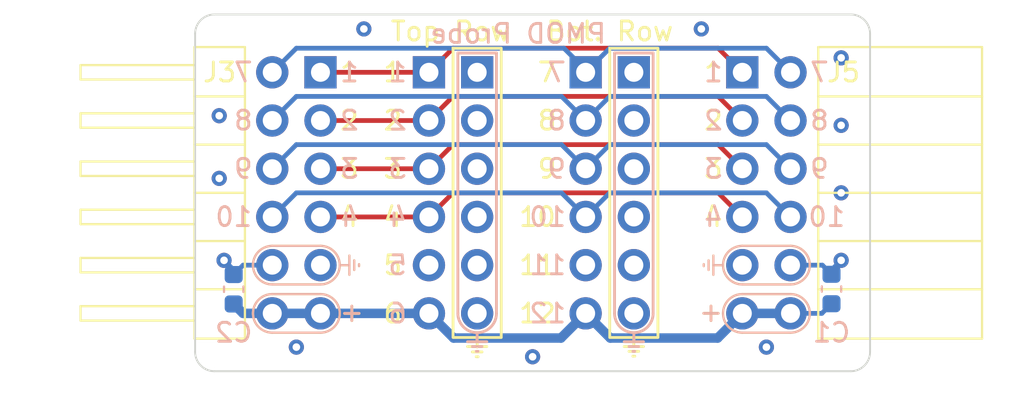
<source format=kicad_pcb>
(kicad_pcb (version 20211014) (generator pcbnew)
  (layers (0 "F.Cu" signal) (1 "In1.Cu" signal) (2 "In2.Cu" signal) (31 "B.Cu" signal) (34 "B.Paste" user) (35 "F.Paste" user) (36 "B.SilkS" user "B.Silkscreen") (37 "F.SilkS" user "F.Silkscreen") (38 "B.Mask" user) (39 "F.Mask" user) (44 "Edge.Cuts" user))
  (net 0 "")
  (net 1 "VCC")
  (net 2 "GND")
  (net 3 "Net-(J3-Pad1)")
  (net 4 "Net-(J3-Pad2)")
  (net 5 "Net-(J3-Pad3)")
  (net 6 "Net-(J3-Pad4)")
  (net 7 "Net-(J3-Pad7)")
  (net 8 "Net-(J3-Pad8)")
  (net 9 "Net-(J3-Pad9)")
  (net 10 "Net-(J3-Pad10)")
  (footprint "pmod:PMOD_PinSocket_2x06_P2.54mm_Horizontal" (layer "F.Cu") (at 133.985 76.2)
    (fp_text reference "J5" (at 5.334 0 180) (layer "F.SilkS"))
    (fp_text value "PMOD_Host_Conn_02x06")
    (fp_text user "+" (at -1.651 12.6238 unlocked) (layer "B.SilkS") (effects (justify mirror)))
    (fp_text user "4" (at -1.524 7.62 unlocked) (layer "B.SilkS") (effects (justify mirror)))
    (fp_text user "10" (at 4.445 7.62 unlocked) (layer "B.SilkS") (effects (justify mirror)))
    (fp_text user "2" (at -1.524 2.54 unlocked) (layer "B.SilkS") (effects (justify mirror)))
    (fp_text user "9" (at 4.064 5.08 unlocked) (layer "B.SilkS") (effects (justify mirror)))
    (fp_text user "3" (at -1.524 5.08 unlocked) (layer "B.SilkS") (effects (justify mirror)))
    (fp_text user "8" (at 4.064 2.54 unlocked) (layer "B.SilkS") (effects (justify mirror)))
    (fp_text user "7" (at 4.064 0 unlocked) (layer "B.SilkS") (effects (justify mirror)))
    (fp_text user "1" (at -1.524 0 unlocked) (layer "B.SilkS") (effects (justify mirror)))
    (fp_text user "3" (at -1.524 5.08 unlocked) (layer "F.SilkS"))
    (fp_text user "1" (at -1.524 0 unlocked) (layer "F.SilkS"))
    (fp_text user "+" (at -1.651 12.6238 unlocked) (layer "F.SilkS"))
    (fp_text user "4" (at -1.524 7.62 unlocked) (layer "F.SilkS"))
    (fp_text user "2" (at -1.524 2.54 unlocked) (layer "F.SilkS"))
    (fp_line (start -1.778 9.906) (end -1.778 10.414) (layer "B.SilkS") (width 0.12))
    (fp_line (start -1.524 9.652) (end -1.524 10.668) (layer "B.SilkS") (width 0.12))
    (fp_line (start 2.54 9.144) (end 0 9.144) (layer "B.SilkS") (width 0.12))
    (fp_line (start -2.032 10.1092) (end -2.032 10.2108) (layer "B.SilkS") (width 0.12))
    (fp_line (start 0 13.716) (end 2.54 13.716) (layer "B.SilkS") (width 0.12))
    (fp_line (start 0 11.176) (end 2.54 11.176) (layer "B.SilkS") (width 0.12))
    (fp_line (start 2.54 11.684) (end 0 11.684) (layer "B.SilkS") (width 0.12))
    (fp_line (start -1.016 10.16) (end -1.524 10.16) (layer "B.SilkS") (width 0.12))
    (fp_arc (start 0 13.716) (mid -1.016 12.7) (end 0 11.684) (layer "B.SilkS") (width 0.12))
    (fp_arc (start 2.54 9.144) (mid 3.556 10.16) (end 2.54 11.176) (layer "B.SilkS") (width 0.12))
    (fp_arc (start 0 11.176) (mid -1.016 10.16) (end 0 9.144) (layer "B.SilkS") (width 0.12))
    (fp_arc (start 2.54 11.684) (mid 3.556 12.7) (end 2.54 13.716) (layer "B.SilkS") (width 0.12))
    (fp_line (start -1.524 10.668) (end -1.524 9.652) (layer "F.SilkS") (width 0.12))
    (fp_line (start 12.63 1.27) (end 4 1.27) (layer "F.SilkS") (width 0.12))
    (fp_line (start -1.016 10.16) (end -1.524 10.16) (layer "F.SilkS") (width 0.12))
    (fp_line (start 12.63 8.89) (end 4 8.89) (layer "F.SilkS") (width 0.12))
    (fp_line (start 0 9.144) (end 2.54 9.144) (layer "F.SilkS") (width 0.12))
    (fp_line (start 12.63 14.03) (end 4 14.03) (layer "F.SilkS") (width 0.12))
    (fp_line (start 2.54 13.716) (end 0 13.716) (layer "F.SilkS") (width 0.12))
    (fp_line (start 12.63 11.43) (end 4 11.43) (layer "F.SilkS") (width 0.12))
    (fp_line (start 12.63 -1.33) (end 4 -1.33) (layer "F.SilkS") (width 0.12))
    (fp_line (start 2.54 11.176) (end 0 11.176) (layer "F.SilkS") (width 0.12))
    (fp_line (start 12.63 6.35) (end 4 6.35) (layer "F.SilkS") (width 0.12))
    (fp_line (start -1.778 10.414) (end -1.778 9.906) (layer "F.SilkS") (width 0.12))
    (fp_line (start 12.63 14.03) (end 12.63 -1.33) (layer "F.SilkS") (width 0.12))
    (fp_line (start 4 14.03) (end 4 -1.33) (layer "F.SilkS") (width 0.12))
    (fp_line (start -2.032 10.2108) (end -2.032 10.1092) (layer "F.SilkS") (width 0.12))
    (fp_line (start 12.63 3.81) (end 4 3.81) (layer "F.SilkS") (width 0.12))
    (fp_line (start 0 11.684) (end 2.54 11.684) (layer "F.SilkS") (width 0.12))
    (fp_arc (start 2.54 9.144) (mid 3.556 10.16) (end 2.54 11.176) (layer "F.SilkS") (width 0.12))
    (fp_arc (start 0 13.716) (mid -1.016 12.7) (end 0 11.684) (layer "F.SilkS") (width 0.12))
    (fp_arc (start 2.54 11.684) (mid 3.556 12.7) (end 2.54 13.716) (layer "F.SilkS") (width 0.12))
    (fp_arc (start 0 11.176) (mid -1.016 10.16) (end 0 9.144) (layer "F.SilkS") (width 0.12))
    (pad "1" thru_hole rect (at 0 0 180) (size 1.7 1.7) (drill 1) (layers *.Cu *.Mask) (net 3 "Net-(J3-Pad1)"))
    (pad "2" thru_hole oval (at 0 2.54 180) (size 1.7 1.7) (drill 1) (layers *.Cu *.Mask) (net 4 "Net-(J3-Pad2)"))
    (pad "3" thru_hole oval (at 0 5.08 180) (size 1.7 1.7) (drill 1) (layers *.Cu *.Mask) (net 5 "Net-(J3-Pad3)"))
    (pad "4" thru_hole oval (at 0 7.62 180) (size 1.7 1.7) (drill 1) (layers *.Cu *.Mask) (net 6 "Net-(J3-Pad4)"))
    (pad "5" thru_hole oval (at 0 10.16 180) (size 1.7 1.7) (drill 1) (layers *.Cu *.Mask) (net 2 "GND"))
    (pad "6" thru_hole oval (at 0 12.7 180) (size 1.7 1.7) (drill 1) (layers *.Cu *.Mask) (net 1 "VCC"))
    (pad "7" thru_hole oval (at 2.54 0 180) (size 1.7 1.7) (drill 1) (layers *.Cu *.Mask) (net 7 "Net-(J3-Pad7)"))
    (pad "8" thru_hole oval (at 2.54 2.54 180) (size 1.7 1.7) (drill 1) (layers *.Cu *.Mask) (net 8 "Net-(J3-Pad8)"))
    (pad "9" thru_hole oval (at 2.54 5.08 180) (size 1.7 1.7) (drill 1) (layers *.Cu *.Mask) (net 9 "Net-(J3-Pad9)"))
    (pad "10" thru_hole oval (at 2.54 7.62 180) (size 1.7 1.7) (drill 1) (layers *.Cu *.Mask) (net 10 "Net-(J3-Pad10)"))
    (pad "11" thru_hole oval (at 2.54 10.16 180) (size 1.7 1.7) (drill 1) (layers *.Cu *.Mask) (net 2 "GND"))
    (pad "12" thru_hole oval (at 2.54 12.7 180) (size 1.7 1.7) (drill 1) (layers *.Cu *.Mask) (net 1 "VCC"))
  )
  (footprint "pmod:PMOD_PinHeader_2x06_P2.54mm_Horizontal" (layer "F.Cu") (at 111.76 76.2)
    (fp_text reference "J3" (at -5.31 0 180) (layer "F.SilkS"))
    (fp_text value "PMOD_Peripheral_Conn_02x06")
    (fp_text user "1" (at 1.524 0 unlocked) (layer "B.SilkS") (effects (justify mirror)))
    (fp_text user "2" (at 1.524 2.54 unlocked) (layer "B.SilkS") (effects (justify mirror)))
    (fp_text user "+" (at 1.651 12.6238 unlocked) (layer "B.SilkS") (effects (justify mirror)))
    (fp_text user "9" (at -4.064 5.08 unlocked) (layer "B.SilkS") (effects (justify mirror)))
    (fp_text user "10" (at -4.572 7.62 unlocked) (layer "B.SilkS") (effects (justify mirror)))
    (fp_text user "7" (at -4.064 0 unlocked) (layer "B.SilkS") (effects (justify mirror)))
    (fp_text user "8" (at -4.064 2.54 unlocked) (layer "B.SilkS") (effects (justify mirror)))
    (fp_text user "3" (at 1.524 5.08 unlocked) (layer "B.SilkS") (effects (justify mirror)))
    (fp_text user "4" (at 1.524 7.62 unlocked) (layer "B.SilkS") (effects (justify mirror)))
    (fp_text user "2" (at 1.524 2.54 unlocked) (layer "F.SilkS"))
    (fp_text user "4" (at 1.524 7.62 unlocked) (layer "F.SilkS"))
    (fp_text user "3" (at 1.524 5.08 unlocked) (layer "F.SilkS"))
    (fp_text user "1" (at 1.524 0 unlocked) (layer "F.SilkS"))
    (fp_text user "+" (at 1.651 12.7762 180 unlocked) (layer "F.SilkS"))
    (fp_line (start 2.032 10.2108) (end 2.032 10.1092) (layer "B.SilkS") (width 0.12))
    (fp_line (start -2.54 11.176) (end 0 11.176) (layer "B.SilkS") (width 0.12))
    (fp_line (start -2.54 13.716) (end 0 13.716) (layer "B.SilkS") (width 0.12))
    (fp_line (start 0 11.684) (end -2.54 11.684) (layer "B.SilkS") (width 0.12))
    (fp_line (start 1.524 10.668) (end 1.524 9.652) (layer "B.SilkS") (width 0.12))
    (fp_line (start 0 9.144) (end -2.54 9.144) (layer "B.SilkS") (width 0.12))
    (fp_line (start 1.016 10.16) (end 1.524 10.16) (layer "B.SilkS") (width 0.12))
    (fp_line (start 1.778 10.414) (end 1.778 9.906) (layer "B.SilkS") (width 0.12))
    (fp_arc (start -2.54 13.716) (mid -3.556 12.7) (end -2.54 11.684) (layer "B.SilkS") (width 0.12))
    (fp_arc (start -2.54 11.176) (mid -3.556 10.16) (end -2.54 9.144) (layer "B.SilkS") (width 0.12))
    (fp_arc (start 0 9.144) (mid 1.016 10.16) (end 0 11.176) (layer "B.SilkS") (width 0.12))
    (fp_arc (start 0 11.684) (mid 1.016 12.7) (end 0 13.716) (layer "B.SilkS") (width 0.12))
    (fp_line (start -12.64 9.78) (end -6.64 9.78) (layer "F.SilkS") (width 0.12))
    (fp_line (start -6.64 -1.33) (end -6.64 14.03) (layer "F.SilkS") (width 0.12))
    (fp_line (start -2.54 11.684) (end 0 11.684) (layer "F.SilkS") (width 0.12))
    (fp_line (start -6.64 8) (end -12.64 8) (layer "F.SilkS") (width 0.12))
    (fp_line (start -12.64 4.7) (end -6.64 4.7) (layer "F.SilkS") (width 0.12))
    (fp_line (start -12.64 8) (end -12.64 7.24) (layer "F.SilkS") (width 0.12))
    (fp_line (start -2.54 9.144) (end 0 9.144) (layer "F.SilkS") (width 0.12))
    (fp_line (start 2.032 10.1092) (end 2.032 10.2108) (layer "F.SilkS") (width 0.12))
    (fp_line (start -12.64 2.92) (end -12.64 2.16) (layer "F.SilkS") (width 0.12))
    (fp_line (start 0 11.176) (end -2.54 11.176) (layer "F.SilkS") (width 0.12))
    (fp_line (start -6.64 14.03) (end -3.98 14.03) (layer "F.SilkS") (width 0.12))
    (fp_line (start -12.64 10.54) (end -12.64 9.78) (layer "F.SilkS") (width 0.12))
    (fp_line (start -6.64 5.46) (end -12.64 5.46) (layer "F.SilkS") (width 0.12))
    (fp_line (start -6.64 0.38) (end -12.64 0.38) (layer "F.SilkS") (width 0.12))
    (fp_line (start -12.64 5.46) (end -12.64 4.7) (layer "F.SilkS") (width 0.12))
    (fp_line (start -3.98 1.27) (end -6.64 1.27) (layer "F.SilkS") (width 0.12))
    (fp_line (start 1.778 9.906) (end 1.778 10.414) (layer "F.SilkS") (width 0.12))
    (fp_line (start -3.98 6.35) (end -6.64 6.35) (layer "F.SilkS") (width 0.12))
    (fp_line (start -3.98 11.43) (end -6.64 11.43) (layer "F.SilkS") (width 0.12))
    (fp_line (start -12.64 7.24) (end -6.64 7.24) (layer "F.SilkS") (width 0.12))
    (fp_line (start -12.64 0.38) (end -12.64 -0.38) (layer "F.SilkS") (width 0.12))
    (fp_line (start -6.64 13.08) (end -12.64 13.08) (layer "F.SilkS") (width 0.12))
    (fp_line (start -12.64 -0.38) (end -6.64 -0.38) (layer "F.SilkS") (width 0.12))
    (fp_line (start -12.64 2.16) (end -6.64 2.16) (layer "F.SilkS") (width 0.12))
    (fp_line (start 1.016 10.16) (end 1.524 10.16) (layer "F.SilkS") (width 0.12))
    (fp_line (start -12.64 12.32) (end -6.64 12.32) (layer "F.SilkS") (width 0.12))
    (fp_line (start -3.98 -1.33) (end -6.64 -1.33) (layer "F.SilkS") (width 0.12))
    (fp_line (start -3.98 8.89) (end -6.64 8.89) (layer "F.SilkS") (width 0.12))
    (fp_line (start -3.98 3.81) (end -6.64 3.81) (layer "F.SilkS") (width 0.12))
    (fp_line (start 1.524 9.652) (end 1.524 10.668) (layer "F.SilkS") (width 0.12))
    (fp_line (start -6.64 10.54) (end -12.64 10.54) (layer "F.SilkS") (width 0.12))
    (fp_line (start -6.64 2.92) (end -12.64 2.92) (layer "F.SilkS") (width 0.12))
    (fp_line (start 0 13.716) (end -2.54 13.716) (layer "F.SilkS") (width 0.12))
    (fp_line (start -12.64 13.08) (end -12.64 12.32) (layer "F.SilkS") (width 0.12))
    (fp_line (start -3.98 14.03) (end -3.98 -1.33) (layer "F.SilkS") (width 0.12))
    (fp_arc (start 0 9.144) (mid 1.016 10.16) (end 0 11.176) (layer "F.SilkS") (width 0.12))
    (fp_arc (start -2.54 11.176) (mid -3.556 10.16) (end -2.54 9.144) (layer "F.SilkS") (width 0.12))
    (fp_arc (start -2.54 13.716) (mid -3.556 12.7) (end -2.54 11.684) (layer "F.SilkS") (width 0.12))
    (fp_arc (start 0 11.684) (mid 1.016 12.7) (end 0 13.716) (layer "F.SilkS") (width 0.12))
    (pad "1" thru_hole rect (at 0 0 180) (size 1.7 1.7) (drill 1) (layers *.Cu *.Mask) (net 3 "Net-(J3-Pad1)"))
    (pad "2" thru_hole oval (at 0 2.54 180) (size 1.7 1.7) (drill 1) (layers *.Cu *.Mask) (net 4 "Net-(J3-Pad2)"))
    (pad "3" thru_hole oval (at 0 5.08 180) (size 1.7 1.7) (drill 1) (layers *.Cu *.Mask) (net 5 "Net-(J3-Pad3)"))
    (pad "4" thru_hole oval (at 0 7.62 180) (size 1.7 1.7) (drill 1) (layers *.Cu *.Mask) (net 6 "Net-(J3-Pad4)"))
    (pad "5" thru_hole oval (at 0 10.16 180) (size 1.7 1.7) (drill 1) (layers *.Cu *.Mask) (net 2 "GND"))
    (pad "6" thru_hole oval (at 0 12.7 180) (size 1.7 1.7) (drill 1) (layers *.Cu *.Mask) (net 1 "VCC"))
    (pad "7" thru_hole oval (at -2.54 0 180) (size 1.7 1.7) (drill 1) (layers *.Cu *.Mask) (net 7 "Net-(J3-Pad7)"))
    (pad "8" thru_hole oval (at -2.54 2.54 180) (size 1.7 1.7) (drill 1) (layers *.Cu *.Mask) (net 8 "Net-(J3-Pad8)"))
    (pad "9" thru_hole oval (at -2.54 5.08 180) (size 1.7 1.7) (drill 1) (layers *.Cu *.Mask) (net 9 "Net-(J3-Pad9)"))
    (pad "10" thru_hole oval (at -2.54 7.62 180) (size 1.7 1.7) (drill 1) (layers *.Cu *.Mask) (net 10 "Net-(J3-Pad10)"))
    (pad "11" thru_hole oval (at -2.54 10.16 180) (size 1.7 1.7) (drill 1) (layers *.Cu *.Mask) (net 2 "GND"))
    (pad "12" thru_hole oval (at -2.54 12.7 180) (size 1.7 1.7) (drill 1) (layers *.Cu *.Mask) (net 1 "VCC"))
  )
  (footprint "Connector_PinHeader_2.54mm:PinHeader_1x06_P2.54mm_Vertical" (layer "F.Cu") (at 128.27 76.2)
    (fp_text reference "J4" hide)
    (fp_text value "ProbeGrounds")
    (pad "1" thru_hole rect (at 0 0) (size 1.7 1.7) (drill 1) (layers *.Cu *.Mask) (net 2 "GND"))
    (pad "2" thru_hole oval (at 0 2.54) (size 1.7 1.7) (drill 1) (layers *.Cu *.Mask) (net 2 "GND"))
    (pad "3" thru_hole oval (at 0 5.08) (size 1.7 1.7) (drill 1) (layers *.Cu *.Mask) (net 2 "GND"))
    (pad "4" thru_hole oval (at 0 7.62) (size 1.7 1.7) (drill 1) (layers *.Cu *.Mask) (net 2 "GND"))
    (pad "5" thru_hole oval (at 0 10.16) (size 1.7 1.7) (drill 1) (layers *.Cu *.Mask) (net 2 "GND"))
    (pad "6" thru_hole oval (at 0 12.7) (size 1.7 1.7) (drill 1) (layers *.Cu *.Mask) (net 2 "GND"))
  )
  (footprint "Connector_PinHeader_2.54mm:PinHeader_1x06_P2.54mm_Vertical" (layer "F.Cu") (at 117.475 76.2)
    (fp_text reference "J1" hide)
    (fp_text value "Top")
    (pad "1" thru_hole rect (at 0 0) (size 1.7 1.7) (drill 1) (layers *.Cu *.Mask) (net 3 "Net-(J3-Pad1)"))
    (pad "2" thru_hole oval (at 0 2.54) (size 1.7 1.7) (drill 1) (layers *.Cu *.Mask) (net 4 "Net-(J3-Pad2)"))
    (pad "3" thru_hole oval (at 0 5.08) (size 1.7 1.7) (drill 1) (layers *.Cu *.Mask) (net 5 "Net-(J3-Pad3)"))
    (pad "4" thru_hole oval (at 0 7.62) (size 1.7 1.7) (drill 1) (layers *.Cu *.Mask) (net 6 "Net-(J3-Pad4)"))
    (pad "5" thru_hole oval (at 0 10.16) (size 1.7 1.7) (drill 1) (layers *.Cu *.Mask) (net 2 "GND"))
    (pad "6" thru_hole oval (at 0 12.7) (size 1.7 1.7) (drill 1) (layers *.Cu *.Mask) (net 1 "VCC"))
  )
  (footprint "Connector_PinHeader_2.54mm:PinHeader_1x06_P2.54mm_Vertical" (layer "F.Cu") (at 120.015 76.2)
    (fp_text reference "J2" hide)
    (fp_text value "ProbeGrounds")
    (pad "1" thru_hole rect (at 0 0) (size 1.7 1.7) (drill 1) (layers *.Cu *.Mask) (net 2 "GND"))
    (pad "2" thru_hole oval (at 0 2.54) (size 1.7 1.7) (drill 1) (layers *.Cu *.Mask) (net 2 "GND"))
    (pad "3" thru_hole oval (at 0 5.08) (size 1.7 1.7) (drill 1) (layers *.Cu *.Mask) (net 2 "GND"))
    (pad "4" thru_hole oval (at 0 7.62) (size 1.7 1.7) (drill 1) (layers *.Cu *.Mask) (net 2 "GND"))
    (pad "5" thru_hole oval (at 0 10.16) (size 1.7 1.7) (drill 1) (layers *.Cu *.Mask) (net 2 "GND"))
    (pad "6" thru_hole oval (at 0 12.7) (size 1.7 1.7) (drill 1) (layers *.Cu *.Mask) (net 2 "GND"))
  )
  (footprint "Connector_PinHeader_2.54mm:PinHeader_1x06_P2.54mm_Vertical" (layer "F.Cu") (at 125.73 76.2)
    (fp_text reference "J6" hide)
    (fp_text value "Bottom")
    (pad "1" thru_hole rect (at 0 0) (size 1.7 1.7) (drill 1) (layers *.Cu *.Mask) (net 7 "Net-(J3-Pad7)"))
    (pad "2" thru_hole oval (at 0 2.54) (size 1.7 1.7) (drill 1) (layers *.Cu *.Mask) (net 8 "Net-(J3-Pad8)"))
    (pad "3" thru_hole oval (at 0 5.08) (size 1.7 1.7) (drill 1) (layers *.Cu *.Mask) (net 9 "Net-(J3-Pad9)"))
    (pad "4" thru_hole oval (at 0 7.62) (size 1.7 1.7) (drill 1) (layers *.Cu *.Mask) (net 10 "Net-(J3-Pad10)"))
    (pad "5" thru_hole oval (at 0 10.16) (size 1.7 1.7) (drill 1) (layers *.Cu *.Mask) (net 2 "GND"))
    (pad "6" thru_hole oval (at 0 12.7) (size 1.7 1.7) (drill 1) (layers *.Cu *.Mask) (net 1 "VCC"))
  )
  (footprint "Capacitor_SMD:C_0603_1608Metric" (layer "B.Cu") (at 138.684 87.617 90)
    (fp_text reference "C1" (at -2.299 0 180) (layer "B.SilkS") (effects (justify mirror)))
    (fp_text value "100n")
    (fp_line (start -0.14058 0.51) (end 0.14058 0.51) (layer "B.SilkS") (width 0.12))
    (fp_line (start -0.14058 -0.51) (end 0.14058 -0.51) (layer "B.SilkS") (width 0.12))
    (pad "1" smd roundrect (at -0.775 0 90) (size 0.9 0.95) (layers "B.Cu" "B.Paste" "B.Mask") (net 1 "VCC"))
    (pad "2" smd roundrect (at 0.775 0 90) (size 0.9 0.95) (layers "B.Cu" "B.Paste" "B.Mask") (net 2 "GND"))
  )
  (footprint "Capacitor_SMD:C_0603_1608Metric" (layer "B.Cu") (at 107.188 87.63 90)
    (fp_text reference "C2" (at -2.286 0 180) (layer "B.SilkS") (effects (justify mirror)))
    (fp_text value "100n")
    (fp_line (start -0.14058 -0.51) (end 0.14058 -0.51) (layer "B.SilkS") (width 0.12))
    (fp_line (start -0.14058 0.51) (end 0.14058 0.51) (layer "B.SilkS") (width 0.12))
    (pad "1" smd roundrect (at -0.775 0 90) (size 0.9 0.95) (layers "B.Cu" "B.Paste" "B.Mask") (net 1 "VCC"))
    (pad "2" smd roundrect (at 0.775 0 90) (size 0.9 0.95) (layers "B.Cu" "B.Paste" "B.Mask") (net 2 "GND"))
  )
  (gr_line (start 119.9642 90.902) (end 120.0658 90.902) (layer "B.SilkS") (width 0.15))
  (gr_line (start 128.27 90.394) (end 128.27 89.946) (layer "B.SilkS") (width 0.15))
  (gr_line (start 121.031 75.184) (end 118.999 75.184) (layer "B.SilkS") (width 0.15))
  (gr_line (start 120.015 90.394) (end 120.015 89.946) (layer "B.SilkS") (width 0.15))
  (gr_line (start 128.2192 90.902) (end 128.3208 90.902) (layer "B.SilkS") (width 0.15))
  (gr_line (start 127.254 75.184) (end 127.254 88.9) (layer "B.SilkS") (width 0.15))
  (gr_arc (start 121.031 88.9) (mid 120.015 89.916) (end 118.999 88.9) (layer "B.SilkS") (width 0.15))
  (gr_line (start 119.507 90.394) (end 120.523 90.394) (layer "B.SilkS") (width 0.15))
  (gr_line (start 127.762 90.394) (end 128.778 90.394) (layer "B.SilkS") (width 0.15))
  (gr_line (start 119.761 90.648) (end 120.269 90.648) (layer "B.SilkS") (width 0.15))
  (gr_line (start 129.286 88.9) (end 129.286 75.184) (layer "B.SilkS") (width 0.15))
  (gr_line (start 118.999 75.184) (end 118.999 88.9) (layer "B.SilkS") (width 0.15))
  (gr_arc (start 129.286 88.9) (mid 128.27 89.916) (end 127.254 88.9) (layer "B.SilkS") (width 0.15))
  (gr_line (start 128.016 90.648) (end 128.524 90.648) (layer "B.SilkS") (width 0.15))
  (gr_line (start 129.286 75.184) (end 127.254 75.184) (layer "B.SilkS") (width 0.15))
  (gr_line (start 121.031 88.9) (end 121.031 75.184) (layer "B.SilkS") (width 0.15))
  (gr_line (start 127.762 90.648) (end 128.778 90.648) (layer "F.SilkS") (width 0.15))
  (gr_rect (start 129.54 90.17) (end 127 74.93) (layer "F.SilkS") (width 0.15) (fill none))
  (gr_line (start 128.27 90.2) (end 128.27 90.648) (layer "F.SilkS") (width 0.15))
  (gr_line (start 128.016 90.902) (end 128.524 90.902) (layer "F.SilkS") (width 0.15))
  (gr_line (start 128.2192 91.156) (end 128.3208 91.156) (layer "F.SilkS") (width 0.15))
  (gr_rect (start 121.285 90.17) (end 118.745 74.93) (layer "F.SilkS") (width 0.15) (fill none))
  (gr_line (start 119.507 90.648) (end 120.523 90.648) (layer "F.SilkS") (width 0.15))
  (gr_line (start 120.015 90.23) (end 120.015 90.678) (layer "F.SilkS") (width 0.15))
  (gr_line (start 119.9642 91.186) (end 120.0658 91.186) (layer "F.SilkS") (width 0.15))
  (gr_line (start 119.761 90.932) (end 120.269 90.932) (layer "F.SilkS") (width 0.15))
  (gr_arc (start 139.7 73.152) (mid 140.41842 73.44958) (end 140.716 74.168) (layer "Edge.Cuts") (width 0.1))
  (gr_line (start 140.716 90.932) (end 140.716 74.168) (layer "Edge.Cuts") (width 0.1))
  (gr_arc (start 105.156 74.168) (mid 105.45358 73.44958) (end 106.172 73.152) (layer "Edge.Cuts") (width 0.1))
  (gr_arc (start 106.172 91.948) (mid 105.45358 91.65042) (end 105.156 90.932) (layer "Edge.Cuts") (width 0.1))
  (gr_arc (start 140.716 90.932) (mid 140.41842 91.65042) (end 139.7 91.948) (layer "Edge.Cuts") (width 0.1))
  (gr_line (start 106.172 91.948) (end 139.7 91.948) (layer "Edge.Cuts") (width 0.1))
  (gr_line (start 105.156 90.932) (end 105.156 74.168) (layer "Edge.Cuts") (width 0.1))
  (gr_line (start 139.7 73.152) (end 106.172 73.152) (layer "Edge.Cuts") (width 0.1))
  (gr_text "1" (at 115.824 76.2) (layer "B.SilkS") (effects (font (size 1 1)) (justify mirror)))
  (gr_text "6" (at 115.824 88.9) (layer "B.SilkS") (effects (font (size 1 1)) (justify mirror)))
  (gr_text "11" (at 123.72981 86.36) (layer "B.SilkS") (effects (font (size 1 1)) (justify mirror)))
  (gr_text "PMOD Probe" (at 122.174 74.168) (layer "B.SilkS") (effects (font (size 1 1)) (justify mirror)))
  (gr_text "3" (at 115.824 81.28) (layer "B.SilkS") (effects (font (size 1 1)) (justify mirror)))
  (gr_text "4" (at 115.824 83.82) (layer "B.SilkS") (effects (font (size 1 1)) (justify mirror)))
  (gr_text "8" (at 124.206 78.74) (layer "B.SilkS") (effects (font (size 1 1)) (justify mirror)))
  (gr_text "9" (at 124.206 81.28) (layer "B.SilkS") (effects (font (size 1 1)) (justify mirror)))
  (gr_text "5" (at 115.824 86.36) (layer "B.SilkS") (effects (font (size 1 1)) (justify mirror)))
  (gr_text "12" (at 123.72981 88.9) (layer "B.SilkS") (effects (font (size 1 1)) (justify mirror)))
  (gr_text "10" (at 123.72981 83.82) (layer "B.SilkS") (effects (font (size 1 1)) (justify mirror)))
  (gr_text "2" (at 115.824 78.74) (layer "B.SilkS") (effects (font (size 1 1)) (justify mirror)))
  (gr_text "7" (at 124.206 76.2) (layer "B.SilkS") (effects (font (size 1 1)) (justify mirror)))
  (gr_text "6" (at 115.57 88.9) (layer "F.SilkS") (effects (font (size 1 1))))
  (gr_text "2" (at 115.57 78.74) (layer "F.SilkS") (effects (font (size 1 1))))
  (gr_text "10" (at 123.19 83.82) (layer "F.SilkS") (effects (font (size 1 1))))
  (gr_text "9" (at 123.698 81.28) (layer "F.SilkS") (effects (font (size 1 1))))
  (gr_text "Bot. Row" (at 127 74.041) (layer "F.SilkS") (effects (font (size 1 1))))
  (gr_text "7" (at 123.698 76.2) (layer "F.SilkS") (effects (font (size 1 1))))
  (gr_text "12" (at 123.19 88.9) (layer "F.SilkS") (effects (font (size 1 1))))
  (gr_text "8" (at 123.698 78.74) (layer "F.SilkS") (effects (font (size 1 1))))
  (gr_text "Top Row" (at 118.618 74.041) (layer "F.SilkS") (effects (font (size 1 1))))
  (gr_text "1" (at 115.57 76.2) (layer "F.SilkS") (effects (font (size 1 1))))
  (gr_text "5" (at 115.57 86.36) (layer "F.SilkS") (effects (font (size 1 1))))
  (gr_text "4" (at 115.57 83.82) (layer "F.SilkS") (effects (font (size 1 1))))
  (gr_text "11" (at 123.19 86.36) (layer "F.SilkS") (effects (font (size 1 1))))
  (gr_text "3" (at 115.57 81.28) (layer "F.SilkS") (effects (font (size 1 1))))
  (segment (start 127.029511 90.199511) (end 132.685489 90.199511) (width 0.5) (layer "B.Cu") (net 1))
  (segment (start 136.525 88.9) (end 138.176 88.9) (width 0.25) (layer "B.Cu") (net 1))
  (segment (start 118.774511 90.199511) (end 124.430489 90.199511) (width 0.5) (layer "B.Cu") (net 1))
  (segment (start 111.76 88.9) (end 117.475 88.9) (width 0.5) (layer "B.Cu") (net 1))
  (segment (start 109.22 88.9) (end 111.76 88.9) (width 0.5) (layer "B.Cu") (net 1))
  (segment (start 107.683 88.9) (end 107.188 88.405) (width 0.5) (layer "B.Cu") (net 1))
  (segment (start 117.475 88.9) (end 118.774511 90.199511) (width 0.5) (layer "B.Cu") (net 1))
  (segment (start 124.430489 90.199511) (end 125.73 88.9) (width 0.5) (layer "B.Cu") (net 1))
  (segment (start 125.73 88.9) (end 127.029511 90.199511) (width 0.5) (layer "B.Cu") (net 1))
  (segment (start 133.985 88.9) (end 136.525 88.9) (width 0.5) (layer "B.Cu") (net 1))
  (segment (start 138.176 88.9) (end 138.684 88.392) (width 0.25) (layer "B.Cu") (net 1))
  (segment (start 132.685489 90.199511) (end 133.985 88.9) (width 0.5) (layer "B.Cu") (net 1))
  (segment (start 109.22 88.9) (end 107.683 88.9) (width 0.5) (layer "B.Cu") (net 1))
  (via (at 110.49 90.678) (size 0.8) (drill 0.4) (layers "F.Cu" "B.Cu") (net 2))
  (via (at 131.826 73.914) (size 0.8) (drill 0.4) (layers "F.Cu" "B.Cu") (net 2))
  (via (at 139.192 86.106) (size 0.8) (drill 0.4) (layers "F.Cu" "B.Cu") (net 2))
  (via (at 106.426 81.788) (size 0.8) (drill 0.4) (layers "F.Cu" "B.Cu") (net 2))
  (via (at 139.192 82.55) (size 0.8) (drill 0.4) (layers "F.Cu" "B.Cu") (net 2))
  (via (at 106.426 78.486) (size 0.8) (drill 0.4) (layers "F.Cu" "B.Cu") (net 2))
  (via (at 139.192 75.438) (size 0.8) (drill 0.4) (layers "F.Cu" "B.Cu") (net 2))
  (via (at 135.255 90.678) (size 0.8) (drill 0.4) (layers "F.Cu" "B.Cu") (net 2))
  (via (at 106.68 86.106) (size 0.8) (drill 0.4) (layers "F.Cu" "B.Cu") (net 2))
  (via (at 139.192 78.994) (size 0.8) (drill 0.4) (layers "F.Cu" "B.Cu") (net 2))
  (via (at 122.936 91.186) (size 0.8) (drill 0.4) (layers "F.Cu" "B.Cu") (net 2))
  (via (at 114.046 73.914) (size 0.8) (drill 0.4) (layers "F.Cu" "B.Cu") (net 2))
  (segment (start 107.188 86.614) (end 106.68 86.106) (width 0.25) (layer "B.Cu") (net 2))
  (segment (start 138.202 86.36) (end 138.684 86.842) (width 0.25) (layer "B.Cu") (net 2))
  (segment (start 109.22 86.36) (end 107.683 86.36) (width 0.25) (layer "B.Cu") (net 2))
  (segment (start 138.684 86.614) (end 139.192 86.106) (width 0.25) (layer "B.Cu") (net 2))
  (segment (start 136.525 86.36) (end 138.202 86.36) (width 0.25) (layer "B.Cu") (net 2))
  (segment (start 138.684 86.842) (end 138.684 86.614) (width 0.25) (layer "B.Cu") (net 2))
  (segment (start 107.188 86.855) (end 107.188 86.614) (width 0.25) (layer "B.Cu") (net 2))
  (segment (start 107.683 86.36) (end 107.188 86.855) (width 0.25) (layer "B.Cu") (net 2))
  (segment (start 111.76 76.2) (end 117.475 76.2) (width 0.25) (layer "F.Cu") (net 3))
  (segment (start 118.745 74.93) (end 132.715 74.93) (width 0.25) (layer "F.Cu") (net 3))
  (segment (start 132.715 74.93) (end 133.985 76.2) (width 0.25) (layer "F.Cu") (net 3))
  (segment (start 117.475 76.2) (end 118.745 74.93) (width 0.25) (layer "F.Cu") (net 3))
  (segment (start 118.745 77.47) (end 132.715 77.47) (width 0.25) (layer "F.Cu") (net 4))
  (segment (start 111.76 78.74) (end 117.475 78.74) (width 0.25) (layer "F.Cu") (net 4))
  (segment (start 132.715 77.47) (end 133.985 78.74) (width 0.25) (layer "F.Cu") (net 4))
  (segment (start 117.475 78.74) (end 118.745 77.47) (width 0.25) (layer "F.Cu") (net 4))
  (segment (start 118.745 80.01) (end 132.715 80.01) (width 0.25) (layer "F.Cu") (net 5))
  (segment (start 117.475 81.28) (end 118.745 80.01) (width 0.25) (layer "F.Cu") (net 5))
  (segment (start 111.76 81.28) (end 117.475 81.28) (width 0.25) (layer "F.Cu") (net 5))
  (segment (start 132.715 80.01) (end 133.985 81.28) (width 0.25) (layer "F.Cu") (net 5))
  (segment (start 111.76 83.82) (end 117.475 83.82) (width 0.25) (layer "F.Cu") (net 6))
  (segment (start 118.745 82.55) (end 132.715 82.55) (width 0.25) (layer "F.Cu") (net 6))
  (segment (start 117.475 83.82) (end 118.745 82.55) (width 0.25) (layer "F.Cu") (net 6))
  (segment (start 132.715 82.55) (end 133.985 83.82) (width 0.25) (layer "F.Cu") (net 6))
  (segment (start 124.587 74.93) (end 125.73 76.073) (width 0.25) (layer "B.Cu") (net 7))
  (segment (start 125.73 76.073) (end 125.73 76.2) (width 0.25) (layer "B.Cu") (net 7))
  (segment (start 110.49 74.93) (end 124.587 74.93) (width 0.25) (layer "B.Cu") (net 7))
  (segment (start 109.22 76.2) (end 110.49 74.93) (width 0.25) (layer "B.Cu") (net 7))
  (segment (start 127 74.93) (end 135.255 74.93) (width 0.25) (layer "B.Cu") (net 7))
  (segment (start 135.255 74.93) (end 136.525 76.2) (width 0.25) (layer "B.Cu") (net 7))
  (segment (start 125.73 76.2) (end 127 74.93) (width 0.25) (layer "B.Cu") (net 7))
  (segment (start 109.22 78.74) (end 110.49 77.47) (width 0.25) (layer "B.Cu") (net 8))
  (segment (start 135.255 77.47) (end 136.525 78.74) (width 0.25) (layer "B.Cu") (net 8))
  (segment (start 124.46 77.47) (end 125.73 78.74) (width 0.25) (layer "B.Cu") (net 8))
  (segment (start 110.49 77.47) (end 124.46 77.47) (width 0.25) (layer "B.Cu") (net 8))
  (segment (start 127 77.47) (end 135.255 77.47) (width 0.25) (layer "B.Cu") (net 8))
  (segment (start 125.73 78.74) (end 127 77.47) (width 0.25) (layer "B.Cu") (net 8))
  (segment (start 109.22 81.28) (end 110.49 80.01) (width 0.25) (layer "B.Cu") (net 9))
  (segment (start 124.46 80.01) (end 125.73 81.28) (width 0.25) (layer "B.Cu") (net 9))
  (segment (start 127 80.01) (end 125.73 81.28) (width 0.25) (layer "B.Cu") (net 9))
  (segment (start 110.49 80.01) (end 124.46 80.01) (width 0.25) (layer "B.Cu") (net 9))
  (segment (start 136.525 81.28) (end 135.255 80.01) (width 0.25) (layer "B.Cu") (net 9))
  (segment (start 135.255 80.01) (end 127 80.01) (width 0.25) (layer "B.Cu") (net 9))
  (segment (start 127 82.55) (end 125.73 83.82) (width 0.25) (layer "B.Cu") (net 10))
  (segment (start 136.525 83.82) (end 135.255 82.55) (width 0.25) (layer "B.Cu") (net 10))
  (segment (start 110.49 82.55) (end 124.46 82.55) (width 0.25) (layer "B.Cu") (net 10))
  (segment (start 124.46 82.55) (end 125.73 83.82) (width 0.25) (layer "B.Cu") (net 10))
  (segment (start 135.255 82.55) (end 127 82.55) (width 0.25) (layer "B.Cu") (net 10))
  (segment (start 109.22 83.82) (end 110.49 82.55) (width 0.25) (layer "B.Cu") (net 10))
)
</source>
